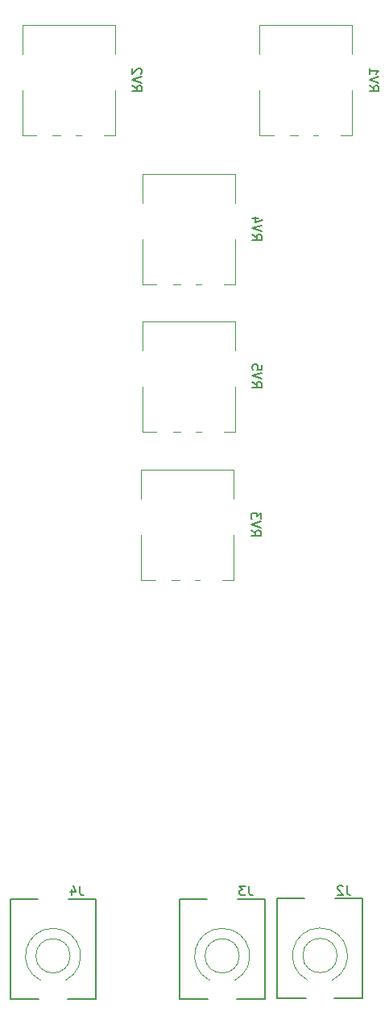
<source format=gbr>
%TF.GenerationSoftware,KiCad,Pcbnew,(5.1.9)-1*%
%TF.CreationDate,2021-08-15T07:19:13+01:00*%
%TF.ProjectId,8x8_Kick_Drum,3878385f-4b69-4636-9b5f-4472756d2e6b,rev?*%
%TF.SameCoordinates,Original*%
%TF.FileFunction,Legend,Bot*%
%TF.FilePolarity,Positive*%
%FSLAX46Y46*%
G04 Gerber Fmt 4.6, Leading zero omitted, Abs format (unit mm)*
G04 Created by KiCad (PCBNEW (5.1.9)-1) date 2021-08-15 07:19:13*
%MOMM*%
%LPD*%
G01*
G04 APERTURE LIST*
%ADD10C,0.120000*%
%ADD11C,0.200000*%
%ADD12C,0.150000*%
G04 APERTURE END LIST*
D10*
%TO.C,J4*%
X134134000Y-163065000D02*
G75*
G03*
X134134000Y-163065000I-1800000J0D01*
G01*
D11*
X130834000Y-167565000D02*
X127834000Y-167565000D01*
X136834000Y-167565000D02*
X133834000Y-167565000D01*
X130734000Y-157065000D02*
X127834000Y-157065000D01*
X136834000Y-157065000D02*
X133934000Y-157065000D01*
X136834000Y-167565000D02*
X136834000Y-157065000D01*
X127834000Y-167565000D02*
X127834000Y-157065000D01*
D10*
X131037737Y-165653577D02*
G75*
G02*
X132334000Y-160170000I1296263J2588577D01*
G01*
X133630263Y-165653577D02*
G75*
G03*
X132334000Y-160170000I-1296263J2588577D01*
G01*
%TO.C,J3*%
X151914000Y-163068000D02*
G75*
G03*
X151914000Y-163068000I-1800000J0D01*
G01*
D11*
X148614000Y-167568000D02*
X145614000Y-167568000D01*
X154614000Y-167568000D02*
X151614000Y-167568000D01*
X148514000Y-157068000D02*
X145614000Y-157068000D01*
X154614000Y-157068000D02*
X151714000Y-157068000D01*
X154614000Y-167568000D02*
X154614000Y-157068000D01*
X145614000Y-167568000D02*
X145614000Y-157068000D01*
D10*
X148817737Y-165656577D02*
G75*
G02*
X150114000Y-160173000I1296263J2588577D01*
G01*
X151410263Y-165656577D02*
G75*
G03*
X150114000Y-160173000I-1296263J2588577D01*
G01*
%TO.C,J2*%
X162201000Y-163035000D02*
G75*
G03*
X162201000Y-163035000I-1800000J0D01*
G01*
D11*
X158901000Y-167535000D02*
X155901000Y-167535000D01*
X164901000Y-167535000D02*
X161901000Y-167535000D01*
X158801000Y-157035000D02*
X155901000Y-157035000D01*
X164901000Y-157035000D02*
X162001000Y-157035000D01*
X164901000Y-167535000D02*
X164901000Y-157035000D01*
X155901000Y-167535000D02*
X155901000Y-157035000D01*
D10*
X159104737Y-165623577D02*
G75*
G02*
X160401000Y-160140000I1296263J2588577D01*
G01*
X161697263Y-165623577D02*
G75*
G03*
X160401000Y-160140000I-1296263J2588577D01*
G01*
%TO.C,RV5*%
X141714000Y-96376000D02*
X151454000Y-96376000D01*
X141714000Y-107966000D02*
X143204000Y-107966000D01*
X141714000Y-99436000D02*
X141714000Y-96376000D01*
X151464000Y-107966000D02*
X151464000Y-103246000D01*
X151454000Y-99436000D02*
X151454000Y-96376000D01*
X141714000Y-107966000D02*
X141714000Y-103246000D01*
X150274000Y-107966000D02*
X151454000Y-107966000D01*
X147374000Y-107966000D02*
X147904000Y-107966000D01*
X144924000Y-107966000D02*
X145754000Y-107966000D01*
%TO.C,RV3*%
X141601000Y-111990000D02*
X151341000Y-111990000D01*
X141601000Y-123580000D02*
X143091000Y-123580000D01*
X141601000Y-115050000D02*
X141601000Y-111990000D01*
X151351000Y-123580000D02*
X151351000Y-118860000D01*
X151341000Y-115050000D02*
X151341000Y-111990000D01*
X141601000Y-123580000D02*
X141601000Y-118860000D01*
X150161000Y-123580000D02*
X151341000Y-123580000D01*
X147261000Y-123580000D02*
X147791000Y-123580000D01*
X144811000Y-123580000D02*
X145641000Y-123580000D01*
%TO.C,RV4*%
X141714000Y-80882000D02*
X151454000Y-80882000D01*
X141714000Y-92472000D02*
X143204000Y-92472000D01*
X141714000Y-83942000D02*
X141714000Y-80882000D01*
X151464000Y-92472000D02*
X151464000Y-87752000D01*
X151454000Y-83942000D02*
X151454000Y-80882000D01*
X141714000Y-92472000D02*
X141714000Y-87752000D01*
X150274000Y-92472000D02*
X151454000Y-92472000D01*
X147374000Y-92472000D02*
X147904000Y-92472000D01*
X144924000Y-92472000D02*
X145754000Y-92472000D01*
%TO.C,RV2*%
X129089000Y-65254000D02*
X138829000Y-65254000D01*
X129089000Y-76844000D02*
X130579000Y-76844000D01*
X129089000Y-68314000D02*
X129089000Y-65254000D01*
X138839000Y-76844000D02*
X138839000Y-72124000D01*
X138829000Y-68314000D02*
X138829000Y-65254000D01*
X129089000Y-76844000D02*
X129089000Y-72124000D01*
X137649000Y-76844000D02*
X138829000Y-76844000D01*
X134749000Y-76844000D02*
X135279000Y-76844000D01*
X132299000Y-76844000D02*
X133129000Y-76844000D01*
%TO.C,RV1*%
X154033000Y-65254000D02*
X163773000Y-65254000D01*
X154033000Y-76844000D02*
X155523000Y-76844000D01*
X154033000Y-68314000D02*
X154033000Y-65254000D01*
X163783000Y-76844000D02*
X163783000Y-72124000D01*
X163773000Y-68314000D02*
X163773000Y-65254000D01*
X154033000Y-76844000D02*
X154033000Y-72124000D01*
X162593000Y-76844000D02*
X163773000Y-76844000D01*
X159693000Y-76844000D02*
X160223000Y-76844000D01*
X157243000Y-76844000D02*
X158073000Y-76844000D01*
%TO.C,J4*%
D12*
X135167333Y-155717380D02*
X135167333Y-156431666D01*
X135214952Y-156574523D01*
X135310190Y-156669761D01*
X135453047Y-156717380D01*
X135548285Y-156717380D01*
X134262571Y-156050714D02*
X134262571Y-156717380D01*
X134500666Y-155669761D02*
X134738761Y-156384047D01*
X134119714Y-156384047D01*
%TO.C,J3*%
X152947333Y-155720380D02*
X152947333Y-156434666D01*
X152994952Y-156577523D01*
X153090190Y-156672761D01*
X153233047Y-156720380D01*
X153328285Y-156720380D01*
X152566380Y-155720380D02*
X151947333Y-155720380D01*
X152280666Y-156101333D01*
X152137809Y-156101333D01*
X152042571Y-156148952D01*
X151994952Y-156196571D01*
X151947333Y-156291809D01*
X151947333Y-156529904D01*
X151994952Y-156625142D01*
X152042571Y-156672761D01*
X152137809Y-156720380D01*
X152423523Y-156720380D01*
X152518761Y-156672761D01*
X152566380Y-156625142D01*
%TO.C,J2*%
X163234333Y-155687380D02*
X163234333Y-156401666D01*
X163281952Y-156544523D01*
X163377190Y-156639761D01*
X163520047Y-156687380D01*
X163615285Y-156687380D01*
X162805761Y-155782619D02*
X162758142Y-155735000D01*
X162662904Y-155687380D01*
X162424809Y-155687380D01*
X162329571Y-155735000D01*
X162281952Y-155782619D01*
X162234333Y-155877857D01*
X162234333Y-155973095D01*
X162281952Y-156115952D01*
X162853380Y-156687380D01*
X162234333Y-156687380D01*
%TO.C,RV5*%
X153271619Y-102731238D02*
X153747809Y-103064571D01*
X153271619Y-103302666D02*
X154271619Y-103302666D01*
X154271619Y-102921714D01*
X154224000Y-102826476D01*
X154176380Y-102778857D01*
X154081142Y-102731238D01*
X153938285Y-102731238D01*
X153843047Y-102778857D01*
X153795428Y-102826476D01*
X153747809Y-102921714D01*
X153747809Y-103302666D01*
X154271619Y-102445523D02*
X153271619Y-102112190D01*
X154271619Y-101778857D01*
X154271619Y-100969333D02*
X154271619Y-101445523D01*
X153795428Y-101493142D01*
X153843047Y-101445523D01*
X153890666Y-101350285D01*
X153890666Y-101112190D01*
X153843047Y-101016952D01*
X153795428Y-100969333D01*
X153700190Y-100921714D01*
X153462095Y-100921714D01*
X153366857Y-100969333D01*
X153319238Y-101016952D01*
X153271619Y-101112190D01*
X153271619Y-101350285D01*
X153319238Y-101445523D01*
X153366857Y-101493142D01*
%TO.C,RV3*%
X153158619Y-118345238D02*
X153634809Y-118678571D01*
X153158619Y-118916666D02*
X154158619Y-118916666D01*
X154158619Y-118535714D01*
X154111000Y-118440476D01*
X154063380Y-118392857D01*
X153968142Y-118345238D01*
X153825285Y-118345238D01*
X153730047Y-118392857D01*
X153682428Y-118440476D01*
X153634809Y-118535714D01*
X153634809Y-118916666D01*
X154158619Y-118059523D02*
X153158619Y-117726190D01*
X154158619Y-117392857D01*
X154158619Y-117154761D02*
X154158619Y-116535714D01*
X153777666Y-116869047D01*
X153777666Y-116726190D01*
X153730047Y-116630952D01*
X153682428Y-116583333D01*
X153587190Y-116535714D01*
X153349095Y-116535714D01*
X153253857Y-116583333D01*
X153206238Y-116630952D01*
X153158619Y-116726190D01*
X153158619Y-117011904D01*
X153206238Y-117107142D01*
X153253857Y-117154761D01*
%TO.C,RV4*%
X153271619Y-87237238D02*
X153747809Y-87570571D01*
X153271619Y-87808666D02*
X154271619Y-87808666D01*
X154271619Y-87427714D01*
X154224000Y-87332476D01*
X154176380Y-87284857D01*
X154081142Y-87237238D01*
X153938285Y-87237238D01*
X153843047Y-87284857D01*
X153795428Y-87332476D01*
X153747809Y-87427714D01*
X153747809Y-87808666D01*
X154271619Y-86951523D02*
X153271619Y-86618190D01*
X154271619Y-86284857D01*
X153938285Y-85522952D02*
X153271619Y-85522952D01*
X154319238Y-85761047D02*
X153604952Y-85999142D01*
X153604952Y-85380095D01*
%TO.C,RV2*%
X140646619Y-71609238D02*
X141122809Y-71942571D01*
X140646619Y-72180666D02*
X141646619Y-72180666D01*
X141646619Y-71799714D01*
X141599000Y-71704476D01*
X141551380Y-71656857D01*
X141456142Y-71609238D01*
X141313285Y-71609238D01*
X141218047Y-71656857D01*
X141170428Y-71704476D01*
X141122809Y-71799714D01*
X141122809Y-72180666D01*
X141646619Y-71323523D02*
X140646619Y-70990190D01*
X141646619Y-70656857D01*
X141551380Y-70371142D02*
X141599000Y-70323523D01*
X141646619Y-70228285D01*
X141646619Y-69990190D01*
X141599000Y-69894952D01*
X141551380Y-69847333D01*
X141456142Y-69799714D01*
X141360904Y-69799714D01*
X141218047Y-69847333D01*
X140646619Y-70418761D01*
X140646619Y-69799714D01*
%TO.C,RV1*%
X165590619Y-71609238D02*
X166066809Y-71942571D01*
X165590619Y-72180666D02*
X166590619Y-72180666D01*
X166590619Y-71799714D01*
X166543000Y-71704476D01*
X166495380Y-71656857D01*
X166400142Y-71609238D01*
X166257285Y-71609238D01*
X166162047Y-71656857D01*
X166114428Y-71704476D01*
X166066809Y-71799714D01*
X166066809Y-72180666D01*
X166590619Y-71323523D02*
X165590619Y-70990190D01*
X166590619Y-70656857D01*
X165590619Y-69799714D02*
X165590619Y-70371142D01*
X165590619Y-70085428D02*
X166590619Y-70085428D01*
X166447761Y-70180666D01*
X166352523Y-70275904D01*
X166304904Y-70371142D01*
%TD*%
M02*

</source>
